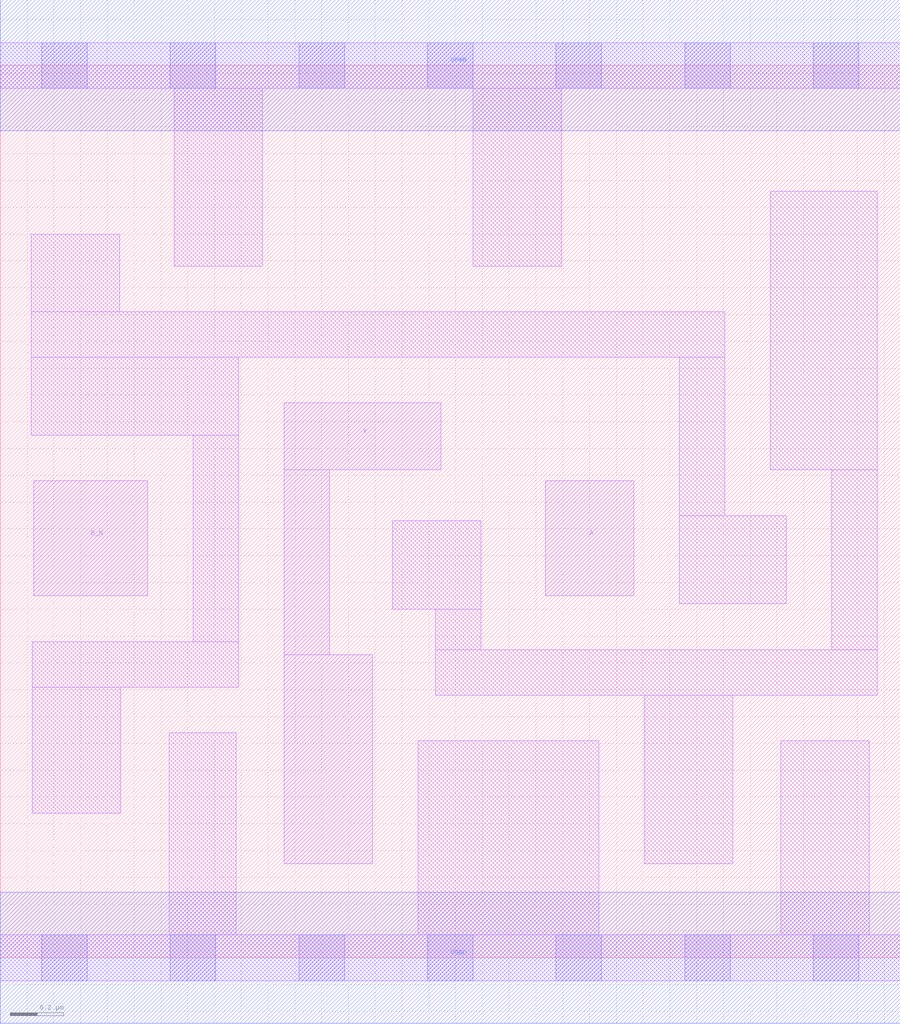
<source format=lef>
# Copyright 2020 The SkyWater PDK Authors
#
# Licensed under the Apache License, Version 2.0 (the "License");
# you may not use this file except in compliance with the License.
# You may obtain a copy of the License at
#
#     https://www.apache.org/licenses/LICENSE-2.0
#
# Unless required by applicable law or agreed to in writing, software
# distributed under the License is distributed on an "AS IS" BASIS,
# WITHOUT WARRANTIES OR CONDITIONS OF ANY KIND, either express or implied.
# See the License for the specific language governing permissions and
# limitations under the License.
#
# SPDX-License-Identifier: Apache-2.0

VERSION 5.7 ;
  NOWIREEXTENSIONATPIN ON ;
  DIVIDERCHAR "/" ;
  BUSBITCHARS "[]" ;
UNITS
  DATABASE MICRONS 200 ;
END UNITS
MACRO sky130_fd_sc_ms__or2b_2
  CLASS CORE ;
  FOREIGN sky130_fd_sc_ms__or2b_2 ;
  ORIGIN  0.000000  0.000000 ;
  SIZE  3.360000 BY  3.330000 ;
  SYMMETRY X Y ;
  SITE unit ;
  PIN A
    ANTENNAGATEAREA  0.276000 ;
    DIRECTION INPUT ;
    USE SIGNAL ;
    PORT
      LAYER li1 ;
        RECT 2.035000 1.350000 2.365000 1.780000 ;
    END
  END A
  PIN B_N
    ANTENNAGATEAREA  0.233700 ;
    DIRECTION INPUT ;
    USE SIGNAL ;
    PORT
      LAYER li1 ;
        RECT 0.125000 1.350000 0.550000 1.780000 ;
    END
  END B_N
  PIN X
    ANTENNADIFFAREA  0.754100 ;
    DIRECTION OUTPUT ;
    USE SIGNAL ;
    PORT
      LAYER li1 ;
        RECT 1.060000 0.350000 1.390000 1.130000 ;
        RECT 1.060000 1.130000 1.230000 1.820000 ;
        RECT 1.060000 1.820000 1.645000 2.070000 ;
    END
  END X
  PIN VGND
    DIRECTION INOUT ;
    USE GROUND ;
    PORT
      LAYER met1 ;
        RECT 0.000000 -0.245000 3.360000 0.245000 ;
    END
  END VGND
  PIN VPWR
    DIRECTION INOUT ;
    USE POWER ;
    PORT
      LAYER met1 ;
        RECT 0.000000 3.085000 3.360000 3.575000 ;
    END
  END VPWR
  OBS
    LAYER li1 ;
      RECT 0.000000 -0.085000 3.360000 0.085000 ;
      RECT 0.000000  3.245000 3.360000 3.415000 ;
      RECT 0.115000  1.950000 0.890000 2.240000 ;
      RECT 0.115000  2.240000 2.705000 2.410000 ;
      RECT 0.115000  2.410000 0.445000 2.700000 ;
      RECT 0.120000  0.540000 0.450000 1.010000 ;
      RECT 0.120000  1.010000 0.890000 1.180000 ;
      RECT 0.630000  0.085000 0.880000 0.840000 ;
      RECT 0.650000  2.580000 0.980000 3.245000 ;
      RECT 0.720000  1.180000 0.890000 1.950000 ;
      RECT 1.465000  1.300000 1.795000 1.630000 ;
      RECT 1.560000  0.085000 2.235000 0.810000 ;
      RECT 1.625000  0.980000 3.275000 1.150000 ;
      RECT 1.625000  1.150000 1.795000 1.300000 ;
      RECT 1.765000  2.580000 2.095000 3.245000 ;
      RECT 2.405000  0.350000 2.735000 0.980000 ;
      RECT 2.535000  1.320000 2.935000 1.650000 ;
      RECT 2.535000  1.650000 2.705000 2.240000 ;
      RECT 2.875000  1.820000 3.275000 2.860000 ;
      RECT 2.915000  0.085000 3.245000 0.810000 ;
      RECT 3.105000  1.150000 3.275000 1.820000 ;
    LAYER mcon ;
      RECT 0.155000 -0.085000 0.325000 0.085000 ;
      RECT 0.155000  3.245000 0.325000 3.415000 ;
      RECT 0.635000 -0.085000 0.805000 0.085000 ;
      RECT 0.635000  3.245000 0.805000 3.415000 ;
      RECT 1.115000 -0.085000 1.285000 0.085000 ;
      RECT 1.115000  3.245000 1.285000 3.415000 ;
      RECT 1.595000 -0.085000 1.765000 0.085000 ;
      RECT 1.595000  3.245000 1.765000 3.415000 ;
      RECT 2.075000 -0.085000 2.245000 0.085000 ;
      RECT 2.075000  3.245000 2.245000 3.415000 ;
      RECT 2.555000 -0.085000 2.725000 0.085000 ;
      RECT 2.555000  3.245000 2.725000 3.415000 ;
      RECT 3.035000 -0.085000 3.205000 0.085000 ;
      RECT 3.035000  3.245000 3.205000 3.415000 ;
  END
END sky130_fd_sc_ms__or2b_2
END LIBRARY

</source>
